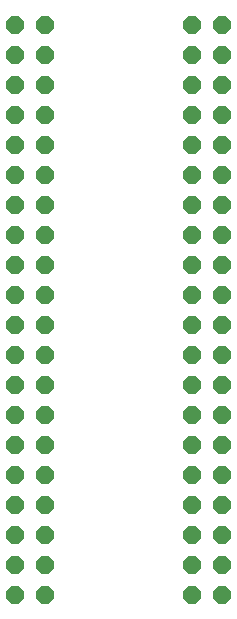
<source format=gtl>
G75*
%MOIN*%
%OFA0B0*%
%FSLAX25Y25*%
%IPPOS*%
%LPD*%
%AMOC8*
5,1,8,0,0,1.08239X$1,22.5*
%
%ADD10OC8,0.06000*%
D10*
X0011000Y0038500D03*
X0011000Y0048500D03*
X0011000Y0058500D03*
X0011000Y0068500D03*
X0011000Y0078500D03*
X0011000Y0088500D03*
X0011000Y0098500D03*
X0011000Y0108500D03*
X0011000Y0118500D03*
X0011000Y0128500D03*
X0011000Y0138500D03*
X0011000Y0148500D03*
X0011000Y0158500D03*
X0011000Y0168500D03*
X0011000Y0178500D03*
X0011000Y0188500D03*
X0011000Y0198500D03*
X0011000Y0208500D03*
X0011000Y0218500D03*
X0011000Y0228500D03*
X0021000Y0228500D03*
X0021000Y0218500D03*
X0021000Y0208500D03*
X0021000Y0198500D03*
X0021000Y0188500D03*
X0021000Y0178500D03*
X0021000Y0168500D03*
X0021000Y0158500D03*
X0021000Y0148500D03*
X0021000Y0138500D03*
X0021000Y0128500D03*
X0021000Y0118500D03*
X0021000Y0108500D03*
X0021000Y0098500D03*
X0021000Y0088500D03*
X0021000Y0078500D03*
X0021000Y0068500D03*
X0021000Y0058500D03*
X0021000Y0048500D03*
X0021000Y0038500D03*
X0069750Y0038500D03*
X0069750Y0048500D03*
X0069750Y0058500D03*
X0069750Y0068500D03*
X0069750Y0078500D03*
X0069750Y0088500D03*
X0069750Y0098500D03*
X0069750Y0108500D03*
X0069750Y0118500D03*
X0069750Y0128500D03*
X0069750Y0138500D03*
X0069750Y0148500D03*
X0069750Y0158500D03*
X0069750Y0168500D03*
X0069750Y0178500D03*
X0069750Y0188500D03*
X0069750Y0198500D03*
X0069750Y0208500D03*
X0069750Y0218500D03*
X0069750Y0228500D03*
X0079750Y0228500D03*
X0079750Y0218500D03*
X0079750Y0208500D03*
X0079750Y0198500D03*
X0079750Y0188500D03*
X0079750Y0178500D03*
X0079750Y0168500D03*
X0079750Y0158500D03*
X0079750Y0148500D03*
X0079750Y0138500D03*
X0079750Y0128500D03*
X0079750Y0118500D03*
X0079750Y0108500D03*
X0079750Y0098500D03*
X0079750Y0088500D03*
X0079750Y0078500D03*
X0079750Y0068500D03*
X0079750Y0058500D03*
X0079750Y0048500D03*
X0079750Y0038500D03*
M02*

</source>
